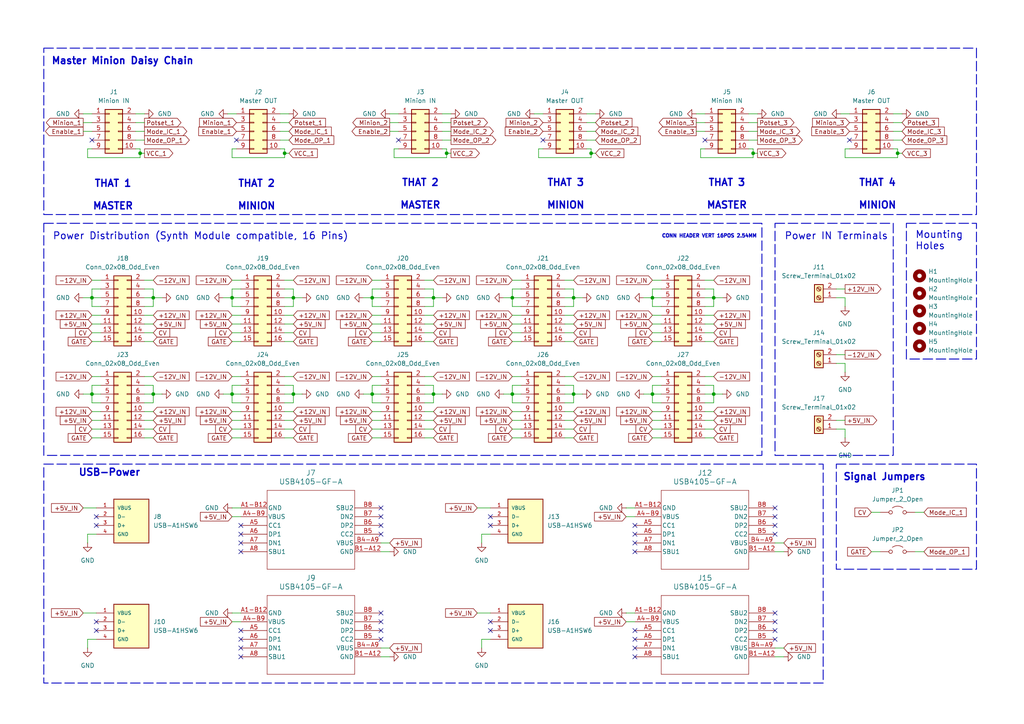
<source format=kicad_sch>
(kicad_sch (version 20231120) (generator "eeschema") (generator_version "8.0")
  (paper "A4")
  (junction (at 85.09 114.3))
  (junction (at 207.01 86.36))
  (junction (at 67.31 86.36))
  (junction (at 207.01 114.3))
  (junction (at 85.09 86.36))
  (junction (at 107.95 86.36))
  (junction (at 189.23 114.3))
  (junction (at 44.45 86.36))
  (junction (at 125.73 114.3))
  (junction (at 171.45 44.45))
  (junction (at 148.59 114.3))
  (junction (at 218.44 44.45))
  (junction (at 82.55 44.45))
  (junction (at 166.37 86.36))
  (junction (at 189.23 86.36))
  (junction (at 125.73 86.36))
  (junction (at 26.67 86.36))
  (junction (at 129.54 44.45))
  (junction (at 26.67 114.3))
  (junction (at 44.45 114.3))
  (junction (at 67.31 114.3))
  (junction (at 260.35 44.45))
  (junction (at 40.64 44.45))
  (junction (at 166.37 114.3))
  (junction (at 107.95 114.3))
  (junction (at 148.59 86.36))
  (no_connect (at 224.79 149.86))
  (no_connect (at 142.24 180.34))
  (no_connect (at 69.85 157.48))
  (no_connect (at 224.79 180.34))
  (no_connect (at 184.15 157.48))
  (no_connect (at 69.85 154.94))
  (no_connect (at 224.79 182.88))
  (no_connect (at 110.49 147.32))
  (no_connect (at 69.85 182.88))
  (no_connect (at 115.57 40.64))
  (no_connect (at 27.94 149.86))
  (no_connect (at 110.49 154.94))
  (no_connect (at 184.15 154.94))
  (no_connect (at 110.49 149.86))
  (no_connect (at 69.85 185.42))
  (no_connect (at 224.79 147.32))
  (no_connect (at 26.67 40.64))
  (no_connect (at 69.85 190.5))
  (no_connect (at 224.79 154.94))
  (no_connect (at 224.79 152.4))
  (no_connect (at 27.94 182.88))
  (no_connect (at 142.24 182.88))
  (no_connect (at 69.85 160.02))
  (no_connect (at 110.49 152.4))
  (no_connect (at 68.58 40.64))
  (no_connect (at 184.15 190.5))
  (no_connect (at 246.38 40.64))
  (no_connect (at 69.85 187.96))
  (no_connect (at 110.49 185.42))
  (no_connect (at 184.15 182.88))
  (no_connect (at 142.24 149.86))
  (no_connect (at 110.49 182.88))
  (no_connect (at 142.24 152.4))
  (no_connect (at 184.15 152.4))
  (no_connect (at 110.49 180.34))
  (no_connect (at 184.15 187.96))
  (no_connect (at 204.47 40.64))
  (no_connect (at 184.15 185.42))
  (no_connect (at 157.48 40.64))
  (no_connect (at 69.85 152.4))
  (no_connect (at 224.79 177.8))
  (no_connect (at 27.94 180.34))
  (no_connect (at 110.49 177.8))
  (no_connect (at 27.94 152.4))
  (no_connect (at 184.15 160.02))
  (no_connect (at 224.79 185.42))
  (wire (pts (xy 123.19 81.28) (xy 125.73 81.28)))
  (wire (pts (xy 123.19 116.84) (xy 125.73 116.84)))
  (wire (pts (xy 246.38 43.18) (xy 245.11 43.18)))
  (wire (pts (xy 110.49 111.76) (xy 107.95 111.76)))
  (wire (pts (xy 148.59 119.38) (xy 151.13 119.38)))
  (wire (pts (xy 27.94 185.42) (xy 25.4 185.42)))
  (wire (pts (xy 166.37 114.3) (xy 166.37 116.84)))
  (wire (pts (xy 26.67 116.84) (xy 29.21 116.84)))
  (wire (pts (xy 67.31 45.72) (xy 82.55 45.72)))
  (wire (pts (xy 26.67 119.38) (xy 29.21 119.38)))
  (wire (pts (xy 186.69 86.36) (xy 189.23 86.36)))
  (wire (pts (xy 24.13 114.3) (xy 26.67 114.3)))
  (wire (pts (xy 82.55 44.45) (xy 82.55 45.72)))
  (wire (pts (xy 265.43 160.02) (xy 267.97 160.02)))
  (wire (pts (xy 148.59 99.06) (xy 151.13 99.06)))
  (wire (pts (xy 123.19 96.52) (xy 125.73 96.52)))
  (wire (pts (xy 82.55 88.9) (xy 85.09 88.9)))
  (wire (pts (xy 82.55 119.38) (xy 85.09 119.38)))
  (wire (pts (xy 148.59 114.3) (xy 151.13 114.3)))
  (wire (pts (xy 25.4 43.18) (xy 25.4 45.72)))
  (wire (pts (xy 189.23 86.36) (xy 191.77 86.36)))
  (wire (pts (xy 107.95 127) (xy 110.49 127)))
  (wire (pts (xy 44.45 111.76) (xy 44.45 114.3)))
  (wire (pts (xy 41.91 116.84) (xy 44.45 116.84)))
  (wire (pts (xy 41.91 83.82) (xy 44.45 83.82)))
  (wire (pts (xy 204.47 96.52) (xy 207.01 96.52)))
  (wire (pts (xy 189.23 86.36) (xy 189.23 88.9)))
  (wire (pts (xy 163.83 121.92) (xy 166.37 121.92)))
  (wire (pts (xy 26.67 88.9) (xy 29.21 88.9)))
  (wire (pts (xy 26.67 109.22) (xy 29.21 109.22)))
  (wire (pts (xy 204.47 127) (xy 207.01 127)))
  (wire (pts (xy 163.83 124.46) (xy 166.37 124.46)))
  (wire (pts (xy 148.59 127) (xy 151.13 127)))
  (wire (pts (xy 163.83 93.98) (xy 166.37 93.98)))
  (wire (pts (xy 41.91 91.44) (xy 44.45 91.44)))
  (wire (pts (xy 25.4 154.94) (xy 25.4 157.48)))
  (wire (pts (xy 85.09 114.3) (xy 87.63 114.3)))
  (wire (pts (xy 39.37 33.02) (xy 41.91 33.02)))
  (wire (pts (xy 41.91 124.46) (xy 44.45 124.46)))
  (wire (pts (xy 218.44 43.18) (xy 217.17 43.18)))
  (wire (pts (xy 123.19 86.36) (xy 125.73 86.36)))
  (wire (pts (xy 107.95 86.36) (xy 107.95 88.9)))
  (wire (pts (xy 26.67 86.36) (xy 29.21 86.36)))
  (wire (pts (xy 218.44 43.18) (xy 218.44 44.45)))
  (wire (pts (xy 125.73 111.76) (xy 125.73 114.3)))
  (wire (pts (xy 189.23 114.3) (xy 189.23 116.84)))
  (wire (pts (xy 123.19 83.82) (xy 125.73 83.82)))
  (wire (pts (xy 66.04 33.02) (xy 68.58 33.02)))
  (wire (pts (xy 242.57 124.46) (xy 245.11 124.46)))
  (wire (pts (xy 204.47 121.92) (xy 207.01 121.92)))
  (wire (pts (xy 148.59 116.84) (xy 151.13 116.84)))
  (wire (pts (xy 148.59 91.44) (xy 151.13 91.44)))
  (wire (pts (xy 189.23 127) (xy 191.77 127)))
  (wire (pts (xy 142.24 185.42) (xy 139.7 185.42)))
  (wire (pts (xy 85.09 111.76) (xy 85.09 114.3)))
  (wire (pts (xy 125.73 114.3) (xy 128.27 114.3)))
  (wire (pts (xy 115.57 33.02) (xy 113.03 33.02)))
  (wire (pts (xy 26.67 99.06) (xy 29.21 99.06)))
  (wire (pts (xy 201.93 35.56) (xy 204.47 35.56)))
  (wire (pts (xy 67.31 43.18) (xy 67.31 45.72)))
  (wire (pts (xy 41.91 114.3) (xy 44.45 114.3)))
  (wire (pts (xy 181.61 147.32) (xy 184.15 147.32)))
  (wire (pts (xy 39.37 38.1) (xy 41.91 38.1)))
  (wire (pts (xy 67.31 114.3) (xy 69.85 114.3)))
  (wire (pts (xy 148.59 83.82) (xy 148.59 86.36)))
  (wire (pts (xy 204.47 109.22) (xy 207.01 109.22)))
  (wire (pts (xy 139.7 154.94) (xy 139.7 157.48)))
  (wire (pts (xy 26.67 127) (xy 29.21 127)))
  (wire (pts (xy 189.23 114.3) (xy 191.77 114.3)))
  (wire (pts (xy 148.59 86.36) (xy 148.59 88.9)))
  (wire (pts (xy 245.11 105.41) (xy 245.11 107.95)))
  (wire (pts (xy 85.09 86.36) (xy 85.09 88.9)))
  (wire (pts (xy 189.23 81.28) (xy 191.77 81.28)))
  (wire (pts (xy 243.84 33.02) (xy 246.38 33.02)))
  (wire (pts (xy 25.4 185.42) (xy 25.4 187.96)))
  (wire (pts (xy 163.83 99.06) (xy 166.37 99.06)))
  (wire (pts (xy 44.45 86.36) (xy 46.99 86.36)))
  (wire (pts (xy 151.13 111.76) (xy 148.59 111.76)))
  (wire (pts (xy 148.59 93.98) (xy 151.13 93.98)))
  (wire (pts (xy 129.54 44.45) (xy 130.81 44.45)))
  (wire (pts (xy 67.31 149.86) (xy 69.85 149.86)))
  (wire (pts (xy 123.19 121.92) (xy 125.73 121.92)))
  (wire (pts (xy 82.55 96.52) (xy 85.09 96.52)))
  (wire (pts (xy 24.13 86.36) (xy 26.67 86.36)))
  (wire (pts (xy 207.01 86.36) (xy 207.01 88.9)))
  (wire (pts (xy 26.67 124.46) (xy 29.21 124.46)))
  (wire (pts (xy 163.83 119.38) (xy 166.37 119.38)))
  (wire (pts (xy 148.59 124.46) (xy 151.13 124.46)))
  (wire (pts (xy 170.18 40.64) (xy 172.72 40.64)))
  (wire (pts (xy 242.57 105.41) (xy 245.11 105.41)))
  (wire (pts (xy 148.59 96.52) (xy 151.13 96.52)))
  (wire (pts (xy 207.01 83.82) (xy 207.01 86.36)))
  (wire (pts (xy 107.95 119.38) (xy 110.49 119.38)))
  (wire (pts (xy 148.59 114.3) (xy 148.59 116.84)))
  (wire (pts (xy 68.58 43.18) (xy 67.31 43.18)))
  (wire (pts (xy 67.31 180.34) (xy 69.85 180.34)))
  (wire (pts (xy 217.17 38.1) (xy 219.71 38.1)))
  (wire (pts (xy 85.09 83.82) (xy 85.09 86.36)))
  (wire (pts (xy 260.35 44.45) (xy 260.35 45.72)))
  (wire (pts (xy 123.19 88.9) (xy 125.73 88.9)))
  (wire (pts (xy 113.03 38.1) (xy 115.57 38.1)))
  (wire (pts (xy 189.23 124.46) (xy 191.77 124.46)))
  (wire (pts (xy 107.95 111.76) (xy 107.95 114.3)))
  (wire (pts (xy 67.31 109.22) (xy 69.85 109.22)))
  (wire (pts (xy 163.83 127) (xy 166.37 127)))
  (wire (pts (xy 204.47 99.06) (xy 207.01 99.06)))
  (wire (pts (xy 110.49 83.82) (xy 107.95 83.82)))
  (wire (pts (xy 26.67 96.52) (xy 29.21 96.52)))
  (wire (pts (xy 189.23 88.9) (xy 191.77 88.9)))
  (wire (pts (xy 171.45 44.45) (xy 172.72 44.45)))
  (wire (pts (xy 41.91 88.9) (xy 44.45 88.9)))
  (wire (pts (xy 41.91 127) (xy 44.45 127)))
  (wire (pts (xy 67.31 116.84) (xy 69.85 116.84)))
  (wire (pts (xy 69.85 83.82) (xy 67.31 83.82)))
  (wire (pts (xy 105.41 86.36) (xy 107.95 86.36)))
  (wire (pts (xy 107.95 124.46) (xy 110.49 124.46)))
  (wire (pts (xy 252.73 160.02) (xy 255.27 160.02)))
  (wire (pts (xy 27.94 154.94) (xy 25.4 154.94)))
  (wire (pts (xy 107.95 99.06) (xy 110.49 99.06)))
  (wire (pts (xy 224.79 160.02) (xy 227.33 160.02)))
  (wire (pts (xy 110.49 160.02) (xy 113.03 160.02)))
  (wire (pts (xy 181.61 149.86) (xy 184.15 149.86)))
  (wire (pts (xy 81.28 38.1) (xy 83.82 38.1)))
  (wire (pts (xy 157.48 43.18) (xy 156.21 43.18)))
  (wire (pts (xy 125.73 86.36) (xy 125.73 88.9)))
  (wire (pts (xy 41.91 109.22) (xy 44.45 109.22)))
  (wire (pts (xy 245.11 124.46) (xy 245.11 127)))
  (wire (pts (xy 82.55 121.92) (xy 85.09 121.92)))
  (wire (pts (xy 67.31 124.46) (xy 69.85 124.46)))
  (wire (pts (xy 259.08 40.64) (xy 261.62 40.64)))
  (wire (pts (xy 189.23 116.84) (xy 191.77 116.84)))
  (wire (pts (xy 151.13 83.82) (xy 148.59 83.82)))
  (wire (pts (xy 139.7 185.42) (xy 139.7 187.96)))
  (wire (pts (xy 41.91 81.28) (xy 44.45 81.28)))
  (wire (pts (xy 67.31 177.8) (xy 69.85 177.8)))
  (wire (pts (xy 67.31 111.76) (xy 67.31 114.3)))
  (wire (pts (xy 242.57 83.82) (xy 245.11 83.82)))
  (wire (pts (xy 40.64 43.18) (xy 40.64 44.45)))
  (wire (pts (xy 128.27 38.1) (xy 130.81 38.1)))
  (wire (pts (xy 107.95 116.84) (xy 110.49 116.84)))
  (wire (pts (xy 259.08 35.56) (xy 261.62 35.56)))
  (wire (pts (xy 129.54 43.18) (xy 129.54 44.45)))
  (wire (pts (xy 260.35 43.18) (xy 259.08 43.18)))
  (wire (pts (xy 189.23 96.52) (xy 191.77 96.52)))
  (wire (pts (xy 67.31 88.9) (xy 69.85 88.9)))
  (wire (pts (xy 107.95 114.3) (xy 110.49 114.3)))
  (wire (pts (xy 24.13 38.1) (xy 26.67 38.1)))
  (wire (pts (xy 128.27 33.02) (xy 130.81 33.02)))
  (wire (pts (xy 203.2 43.18) (xy 203.2 45.72)))
  (wire (pts (xy 170.18 35.56) (xy 172.72 35.56)))
  (wire (pts (xy 64.77 114.3) (xy 67.31 114.3)))
  (wire (pts (xy 24.13 177.8) (xy 27.94 177.8)))
  (wire (pts (xy 204.47 88.9) (xy 207.01 88.9)))
  (wire (pts (xy 107.95 83.82) (xy 107.95 86.36)))
  (wire (pts (xy 171.45 43.18) (xy 170.18 43.18)))
  (wire (pts (xy 82.55 91.44) (xy 85.09 91.44)))
  (wire (pts (xy 129.54 43.18) (xy 128.27 43.18)))
  (wire (pts (xy 166.37 111.76) (xy 166.37 114.3)))
  (wire (pts (xy 166.37 83.82) (xy 166.37 86.36)))
  (wire (pts (xy 82.55 83.82) (xy 85.09 83.82)))
  (wire (pts (xy 154.94 33.02) (xy 157.48 33.02)))
  (wire (pts (xy 81.28 35.56) (xy 83.82 35.56)))
  (wire (pts (xy 201.93 38.1) (xy 204.47 38.1)))
  (wire (pts (xy 39.37 35.56) (xy 41.91 35.56)))
  (wire (pts (xy 82.55 86.36) (xy 85.09 86.36)))
  (wire (pts (xy 259.08 33.02) (xy 261.62 33.02)))
  (wire (pts (xy 207.01 111.76) (xy 207.01 114.3)))
  (wire (pts (xy 82.55 93.98) (xy 85.09 93.98)))
  (wire (pts (xy 170.18 33.02) (xy 172.72 33.02)))
  (wire (pts (xy 26.67 86.36) (xy 26.67 88.9)))
  (wire (pts (xy 148.59 88.9) (xy 151.13 88.9)))
  (wire (pts (xy 24.13 147.32) (xy 27.94 147.32)))
  (wire (pts (xy 26.67 33.02) (xy 24.13 33.02)))
  (wire (pts (xy 40.64 43.18) (xy 39.37 43.18)))
  (wire (pts (xy 26.67 121.92) (xy 29.21 121.92)))
  (wire (pts (xy 67.31 91.44) (xy 69.85 91.44)))
  (wire (pts (xy 107.95 96.52) (xy 110.49 96.52)))
  (wire (pts (xy 85.09 114.3) (xy 85.09 116.84)))
  (wire (pts (xy 67.31 99.06) (xy 69.85 99.06)))
  (wire (pts (xy 242.57 102.87) (xy 245.11 102.87)))
  (wire (pts (xy 163.83 91.44) (xy 166.37 91.44)))
  (wire (pts (xy 146.05 86.36) (xy 148.59 86.36)))
  (wire (pts (xy 171.45 43.18) (xy 171.45 44.45)))
  (wire (pts (xy 189.23 119.38) (xy 191.77 119.38)))
  (wire (pts (xy 107.95 121.92) (xy 110.49 121.92)))
  (wire (pts (xy 163.83 109.22) (xy 166.37 109.22)))
  (wire (pts (xy 110.49 187.96) (xy 113.03 187.96)))
  (wire (pts (xy 113.03 35.56) (xy 115.57 35.56)))
  (wire (pts (xy 29.21 111.76) (xy 26.67 111.76)))
  (wire (pts (xy 44.45 86.36) (xy 44.45 88.9)))
  (wire (pts (xy 67.31 114.3) (xy 67.31 116.84)))
  (wire (pts (xy 163.83 116.84) (xy 166.37 116.84)))
  (wire (pts (xy 189.23 109.22) (xy 191.77 109.22)))
  (wire (pts (xy 125.73 86.36) (xy 128.27 86.36)))
  (wire (pts (xy 67.31 147.32) (xy 69.85 147.32)))
  (wire (pts (xy 110.49 190.5) (xy 113.03 190.5)))
  (wire (pts (xy 204.47 116.84) (xy 207.01 116.84)))
  (wire (pts (xy 191.77 83.82) (xy 189.23 83.82)))
  (wire (pts (xy 107.95 109.22) (xy 110.49 109.22)))
  (wire (pts (xy 114.3 45.72) (xy 129.54 45.72)))
  (wire (pts (xy 138.43 177.8) (xy 142.24 177.8)))
  (wire (pts (xy 81.28 40.64) (xy 83.82 40.64)))
  (wire (pts (xy 82.55 116.84) (xy 85.09 116.84)))
  (wire (pts (xy 41.91 111.76) (xy 44.45 111.76)))
  (wire (pts (xy 107.95 81.28) (xy 110.49 81.28)))
  (wire (pts (xy 204.47 119.38) (xy 207.01 119.38)))
  (wire (pts (xy 123.19 111.76) (xy 125.73 111.76)))
  (wire (pts (xy 114.3 43.18) (xy 115.57 43.18)))
  (wire (pts (xy 203.2 45.72) (xy 218.44 45.72)))
  (wire (pts (xy 107.95 93.98) (xy 110.49 93.98)))
  (wire (pts (xy 252.73 148.59) (xy 255.27 148.59)))
  (wire (pts (xy 203.2 43.18) (xy 204.47 43.18)))
  (wire (pts (xy 156.21 43.18) (xy 156.21 45.72)))
  (wire (pts (xy 207.01 114.3) (xy 207.01 116.84)))
  (wire (pts (xy 67.31 81.28) (xy 69.85 81.28)))
  (wire (pts (xy 204.47 81.28) (xy 207.01 81.28)))
  (wire (pts (xy 41.91 99.06) (xy 44.45 99.06)))
  (wire (pts (xy 123.19 99.06) (xy 125.73 99.06)))
  (wire (pts (xy 189.23 91.44) (xy 191.77 91.44)))
  (wire (pts (xy 204.47 111.76) (xy 207.01 111.76)))
  (wire (pts (xy 204.47 114.3) (xy 207.01 114.3)))
  (wire (pts (xy 224.79 157.48) (xy 227.33 157.48)))
  (wire (pts (xy 138.43 147.32) (xy 142.24 147.32)))
  (wire (pts (xy 40.64 44.45) (xy 41.91 44.45)))
  (wire (pts (xy 166.37 86.36) (xy 166.37 88.9)))
  (wire (pts (xy 170.18 38.1) (xy 172.72 38.1)))
  (wire (pts (xy 107.95 86.36) (xy 110.49 86.36)))
  (wire (pts (xy 125.73 83.82) (xy 125.73 86.36)))
  (wire (pts (xy 163.83 114.3) (xy 166.37 114.3)))
  (wire (pts (xy 123.19 114.3) (xy 125.73 114.3)))
  (wire (pts (xy 26.67 114.3) (xy 26.67 116.84)))
  (wire (pts (xy 123.19 119.38) (xy 125.73 119.38)))
  (wire (pts (xy 218.44 44.45) (xy 219.71 44.45)))
  (wire (pts (xy 41.91 121.92) (xy 44.45 121.92)))
  (wire (pts (xy 245.11 43.18) (xy 245.11 45.72)))
  (wire (pts (xy 41.91 93.98) (xy 44.45 93.98)))
  (wire (pts (xy 41.91 119.38) (xy 44.45 119.38)))
  (wire (pts (xy 224.79 187.96) (xy 227.33 187.96)))
  (wire (pts (xy 107.95 91.44) (xy 110.49 91.44)))
  (wire (pts (xy 189.23 121.92) (xy 191.77 121.92)))
  (wire (pts (xy 224.79 190.5) (xy 227.33 190.5)))
  (wire (pts (xy 41.91 96.52) (xy 44.45 96.52)))
  (wire (pts (xy 81.28 33.02) (xy 83.82 33.02)))
  (wire (pts (xy 123.19 93.98) (xy 125.73 93.98)))
  (wire (pts (xy 207.01 114.3) (xy 209.55 114.3)))
  (wire (pts (xy 123.19 91.44) (xy 125.73 91.44)))
  (wire (pts (xy 217.17 33.02) (xy 219.71 33.02)))
  (wire (pts (xy 181.61 177.8) (xy 184.15 177.8)))
  (wire (pts (xy 125.73 114.3) (xy 125.73 116.84)))
  (wire (pts (xy 82.55 43.18) (xy 82.55 44.45)))
  (wire (pts (xy 82.55 109.22) (xy 85.09 109.22)))
  (wire (pts (xy 163.83 83.82) (xy 166.37 83.82)))
  (wire (pts (xy 67.31 86.36) (xy 67.31 88.9)))
  (wire (pts (xy 41.91 86.36) (xy 44.45 86.36)))
  (wire (pts (xy 204.47 93.98) (xy 207.01 93.98)))
  (wire (pts (xy 186.69 114.3) (xy 189.23 114.3)))
  (wire (pts (xy 67.31 83.82) (xy 67.31 86.36)))
  (wire (pts (xy 148.59 121.92) (xy 151.13 121.92)))
  (wire (pts (xy 142.24 154.94) (xy 139.7 154.94)))
  (wire (pts (xy 67.31 121.92) (xy 69.85 121.92)))
  (wire (pts (xy 123.19 124.46) (xy 125.73 124.46)))
  (wire (pts (xy 245.11 86.36) (xy 245.11 88.9)))
  (wire (pts (xy 26.67 83.82) (xy 26.67 86.36)))
  (wire (pts (xy 67.31 86.36) (xy 69.85 86.36)))
  (wire (pts (xy 163.83 81.28) (xy 166.37 81.28)))
  (wire (pts (xy 40.64 44.45) (xy 40.64 45.72)))
  (wire (pts (xy 29.21 83.82) (xy 26.67 83.82)))
  (wire (pts (xy 82.55 43.18) (xy 81.28 43.18)))
  (wire (pts (xy 82.55 44.45) (xy 83.82 44.45)))
  (wire (pts (xy 191.77 111.76) (xy 189.23 111.76)))
  (wire (pts (xy 105.41 114.3) (xy 107.95 114.3)))
  (wire (pts (xy 163.83 88.9) (xy 166.37 88.9)))
  (wire (pts (xy 39.37 40.64) (xy 41.91 40.64)))
  (wire (pts (xy 148.59 109.22) (xy 151.13 109.22)))
  (wire (pts (xy 44.45 114.3) (xy 46.99 114.3)))
  (wire (pts (xy 166.37 114.3) (xy 168.91 114.3)))
  (wire (pts (xy 82.55 99.06) (xy 85.09 99.06)))
  (wire (pts (xy 189.23 93.98) (xy 191.77 93.98)))
  (wire (pts (xy 25.4 43.18) (xy 26.67 43.18)))
  (wire (pts (xy 67.31 93.98) (xy 69.85 93.98)))
  (wire (pts (xy 25.4 45.72) (xy 40.64 45.72)))
  (wire (pts (xy 189.23 99.06) (xy 191.77 99.06)))
  (wire (pts (xy 181.61 180.34) (xy 184.15 180.34)))
  (wire (pts (xy 44.45 114.3) (xy 44.45 116.84)))
  (wire (pts (xy 245.11 45.72) (xy 260.35 45.72)))
  (wire (pts (xy 204.47 83.82) (xy 207.01 83.82)))
  (wire (pts (xy 123.19 127) (xy 125.73 127)))
  (wire (pts (xy 156.21 45.72) (xy 171.45 45.72)))
  (wire (pts (xy 82.55 124.46) (xy 85.09 124.46)))
  (wire (pts (xy 123.19 109.22) (xy 125.73 109.22)))
  (wire (pts (xy 128.27 40.64) (xy 130.81 40.64)))
  (wire (pts (xy 64.77 86.36) (xy 67.31 86.36)))
  (wire (pts (xy 163.83 86.36) (xy 166.37 86.36)))
  (wire (pts (xy 259.08 38.1) (xy 261.62 38.1)))
  (wire (pts (xy 67.31 96.52) (xy 69.85 96.52)))
  (wire (pts (xy 82.55 127) (xy 85.09 127)))
  (wire (pts (xy 166.37 86.36) (xy 168.91 86.36)))
  (wire (pts (xy 26.67 93.98) (xy 29.21 93.98)))
  (wire (pts (xy 69.85 111.76) (xy 67.31 111.76)))
  (wire (pts (xy 44.45 83.82) (xy 44.45 86.36)))
  (wire (pts (xy 67.31 119.38) (xy 69.85 119.38)))
  (wire (pts (xy 260.35 43.18) (xy 260.35 44.45)))
  (wire (pts (xy 146.05 114.3) (xy 148.59 114.3)))
  (wire (pts (xy 107.95 88.9) (xy 110.49 88.9)))
  (wire (pts (xy 82.55 114.3) (xy 85.09 114.3)))
  (wire (pts (xy 26.67 114.3) (xy 29.21 114.3)))
  (wire (pts (xy 26.67 111.76) (xy 26.67 114.3)))
  (wire (pts (xy 148.59 111.76) (xy 148.59 114.3)))
  (wire (pts (xy 217.17 35.56) (xy 219.71 35.56)))
  (wire (pts (xy 110.49 157.48) (xy 113.03 157.48)))
  (wire (pts (xy 107.95 114.3) (xy 107.95 116.84)))
  (wire (pts (xy 26.67 81.28) (xy 29.21 81.28)))
  (wire (pts (xy 24.13 35.56) (xy 26.67 35.56)))
  (wire (pts (xy 171.45 44.45) (xy 171.45 45.72)))
  (wire (pts (xy 163.83 96.52) (xy 166.37 96.52)))
  (wire (pts (xy 114.3 43.18) (xy 114.3 45.72)))
  (wire (pts (xy 26.67 91.44) (xy 29.21 91.44)))
  (wire (pts (xy 265.43 148.59) (xy 267.97 148.59)))
  (wire (pts (xy 129.54 44.45) (xy 129.54 45.72)))
  (wire (pts (xy 82.55 111.76) (xy 85.09 111.76)))
  (wire (pts (xy 128.27 35.56) (xy 130.81 35.56)))
  (wire (pts (xy 148.59 86.36) (xy 151.13 86.36)))
  (wire (pts (xy 242.57 121.92) (xy 245.11 121.92)))
  (wire (pts (xy 217.17 40.64) (xy 219.71 40.64)))
  (wire (pts (xy 207.01 86.36) (xy 209.55 86.36)))
  (wire (pts (xy 67.31 127) (xy 69.85 127)))
  (wire (pts (xy 163.83 111.76) (xy 166.37 111.76)))
  (wire (pts (xy 260.35 44.45) (xy 261.62 44.45)))
  (wire (pts (xy 218.44 44.45) (xy 218.44 45.72)))
  (wire (pts (xy 204.47 86.36) (xy 207.01 86.36)))
  (wire (pts (xy 204.47 91.44) (xy 207.01 91.44)))
  (wire (pts (xy 204.47 33.02) (xy 201.93 33.02)))
  (wire (pts (xy 85.09 86.36) (xy 87.63 86.36)))
  (wire (pts (xy 148.59 81.28) (xy 151.13 81.28)))
  (wire (pts (xy 189.23 111.76) (xy 189.23 114.3)))
  (wire (pts (xy 82.55 81.28) (xy 85.09 81.28)))
  (wire (pts (xy 204.47 124.46) (xy 207.01 124.46)))
  (wire (pts (xy 189.23 83.82) (xy 189.23 86.36)))
  (wire (pts (xy 242.57 86.36) (xy 245.11 86.36)))
  (rectangle (start 12.7 64.77) (end 220.98 132.08) (stroke (width 0.254) (type dash)))
  (rectangle (start 12.7 134.62) (end 238.76 198.12) (stroke (width 0.254) (type dash)))
  (rectangle (start 12.7 13.97) (end 283.21 62.23) (stroke (width 0.254) (type dash)))
  (rectangle (start 262.89 64.77) (end 283.21 104.14) (stroke (width 0.254) (type dash)))
  (rectangle (start 224.79 64.77) (end 259.08 132.08) (stroke (width 0.254) (type dash)))
  (rectangle (start 242.57 134.62) (end 283.21 165.1) (stroke (width 0.254) (type dash)))
  (text "THAT 3\n\nMINION" (at 164.084 56.388 0) (effects (font (size 2.032 2.032) (thickness 0.4064) (bold yes))))
  (text "Master Minion Daisy Chain" (at 35.56 17.78 0) (effects (font (size 2.032 2.032) (thickness 0.4064) (bold yes))))
  (text "Signal Jumpers" (at 256.54 138.43 0) (effects (font (size 2.032 2.032) (thickness 0.4064) (bold yes))))
  (text "THAT 2\n\nMINION" (at 74.422 56.642 0) (effects (font (size 2.032 2.032) (thickness 0.4064) (bold yes))))
  (text "THAT 3\n\nMASTER" (at 210.82 56.388 0) (effects (font (size 2.032 2.032) (thickness 0.4064) (bold yes))))
  (text "THAT 1\n\nMASTER" (at 32.766 56.642 0) (effects (font (size 2.032 2.032) (thickness 0.4064) (bold yes))))
  (text "CONN HEADER VERT 16POS 2.54MM" (at 205.74 68.58 0) (effects (font (size 1.016 1.016) (thickness 0.4064) (bold yes))))
  (text "USB-Power" (at 31.75 137.16 0) (effects (font (size 2.032 2.032) (thickness 0.4064) (bold yes))))
  (text "Mounting\nHoles" (at 265.43 69.85 0) (effects (font (size 2.032 2.032) (thickness 0.254) (bold yes)) (justify left)))
  (text "Power Distribution (Synth Module compatible, 16 Pins)" (at 15.24 68.58 0) (effects (font (size 2.032 2.032) (thickness 0.254) (bold yes)) (justify left)))
  (text "Power IN Terminals" (at 242.57 68.58 0) (effects (font (size 2.032 2.032) (thickness 0.254) (bold yes))))
  (text "THAT 2\n\nMASTER" (at 121.92 56.388 0) (effects (font (size 2.032 2.032) (thickness 0.4064) (bold yes))))
  (text "THAT 4\n\nMINION" (at 254.508 56.388 0) (effects (font (size 2.032 2.032) (thickness 0.4064) (bold yes))))
  (global_label "GATE" (shape input) (at 148.59 99.06 180) (property "Intersheetrefs" "${INTERSHEET_REFS}" (effects (hide yes))))
  (global_label "GATE" (shape input) (at 44.45 99.06 0) (property "Intersheetrefs" "${INTERSHEET_REFS}" (effects (hide yes))))
  (global_label "GATE" (shape input) (at 166.37 127 0) (property "Intersheetrefs" "${INTERSHEET_REFS}" (effects (hide yes))))
  (global_label "+12V_IN" (shape output) (at 245.11 83.82 0) (property "Intersheetrefs" "${INTERSHEET_REFS}" (effects (hide yes))))
  (global_label "CV" (shape input) (at 207.01 96.52 0) (property "Intersheetrefs" "${INTERSHEET_REFS}" (effects (hide yes))))
  (global_label "Mode_IC_2" (shape output) (at 130.81 38.1 0) (property "Intersheetrefs" "${INTERSHEET_REFS}" (effects (hide yes))))
  (global_label "-12V_IN" (shape input) (at 207.01 109.22 0) (property "Intersheetrefs" "${INTERSHEET_REFS}" (effects (hide yes))))
  (global_label "-12V_IN" (shape input) (at 44.45 109.22 0) (property "Intersheetrefs" "${INTERSHEET_REFS}" (effects (hide yes))))
  (global_label "+5V_IN" (shape input) (at 166.37 93.98 0) (property "Intersheetrefs" "${INTERSHEET_REFS}" (effects (hide yes))))
  (global_label "+12V_IN" (shape input) (at 166.37 91.44 0) (property "Intersheetrefs" "${INTERSHEET_REFS}" (effects (hide yes))))
  (global_label "-12V_IN" (shape input) (at 166.37 109.22 0) (property "Intersheetrefs" "${INTERSHEET_REFS}" (effects (hide yes))))
  (global_label "+12V_IN" (shape input) (at 107.95 119.38 180) (property "Intersheetrefs" "${INTERSHEET_REFS}" (effects (hide yes))))
  (global_label "-12V_IN" (shape output) (at 245.11 102.87 0) (property "Intersheetrefs" "${INTERSHEET_REFS}" (effects (hide yes))))
  (global_label "Minion_1" (shape output) (at 24.13 35.56 180) (property "Intersheetrefs" "${INTERSHEET_REFS}" (effects (hide yes))))
  (global_label "GATE" (shape input) (at 67.31 127 180) (property "Intersheetrefs" "${INTERSHEET_REFS}" (effects (hide yes))))
  (global_label "VCC_3" (shape input) (at 261.62 44.45 0) (property "Intersheetrefs" "${INTERSHEET_REFS}" (effects (hide yes))))
  (global_label "CV" (shape input) (at 125.73 124.46 0) (property "Intersheetrefs" "${INTERSHEET_REFS}" (effects (hide yes))))
  (global_label "CV" (shape input) (at 67.31 96.52 180) (property "Intersheetrefs" "${INTERSHEET_REFS}" (effects (hide yes))))
  (global_label "GATE" (shape input) (at 107.95 127 180) (property "Intersheetrefs" "${INTERSHEET_REFS}" (effects (hide yes))))
  (global_label "-12V_IN" (shape input) (at 107.95 109.22 180) (property "Intersheetrefs" "${INTERSHEET_REFS}" (effects (hide yes))))
  (global_label "CV" (shape input) (at 85.09 124.46 0) (property "Intersheetrefs" "${INTERSHEET_REFS}" (effects (hide yes))))
  (global_label "+5V_IN" (shape input) (at 113.03 187.96 0) (property "Intersheetrefs" "${INTERSHEET_REFS}" (effects (hide yes))))
  (global_label "-12V_IN" (shape input) (at 107.95 81.28 180) (property "Intersheetrefs" "${INTERSHEET_REFS}" (effects (hide yes))))
  (global_label "GATE" (shape input) (at 107.95 99.06 180) (property "Intersheetrefs" "${INTERSHEET_REFS}" (effects (hide yes))))
  (global_label "+12V_IN" (shape input) (at 26.67 119.38 180) (property "Intersheetrefs" "${INTERSHEET_REFS}" (effects (hide yes))))
  (global_label "+12V_IN" (shape input) (at 44.45 91.44 0) (property "Intersheetrefs" "${INTERSHEET_REFS}" (effects (hide yes))))
  (global_label "+5V_IN" (shape input) (at 125.73 121.92 0) (property "Intersheetrefs" "${INTERSHEET_REFS}" (effects (hide yes))))
  (global_label "Potset_1" (shape input) (at 83.82 35.56 0) (property "Intersheetrefs" "${INTERSHEET_REFS}" (effects (hide yes))))
  (global_label "+5V_IN" (shape input) (at 138.43 147.32 180) (property "Intersheetrefs" "${INTERSHEET_REFS}" (effects (hide yes))))
  (global_label "+5V_IN" (shape input) (at 227.33 187.96 0) (property "Intersheetrefs" "${INTERSHEET_REFS}" (effects (hide yes))))
  (global_label "+12V_IN" (shape input) (at 125.73 119.38 0) (property "Intersheetrefs" "${INTERSHEET_REFS}" (effects (hide yes))))
  (global_label "-12V_IN" (shape input) (at 26.67 109.22 180) (property "Intersheetrefs" "${INTERSHEET_REFS}" (effects (hide yes))))
  (global_label "+5V_IN" (shape input) (at 189.23 121.92 180) (property "Intersheetrefs" "${INTERSHEET_REFS}" (effects (hide yes))))
  (global_label "Minion_2" (shape output) (at 113.03 35.56 180) (property "Intersheetrefs" "${INTERSHEET_REFS}" (effects (hide yes))))
  (global_label "+5V_IN" (shape input) (at 207.01 121.92 0) (property "Intersheetrefs" "${INTERSHEET_REFS}" (effects (hide yes))))
  (global_label "GATE" (shape input) (at 26.67 127 180) (property "Intersheetrefs" "${INTERSHEET_REFS}" (effects (hide yes))))
  (global_label "+5V_IN" (shape input) (at 67.31 149.86 180) (property "Intersheetrefs" "${INTERSHEET_REFS}" (effects (hide yes))))
  (global_label "Enable_3" (shape input) (at 246.38 38.1 180) (property "Intersheetrefs" "${INTERSHEET_REFS}" (effects (hide yes))))
  (global_label "+5V_IN" (shape input) (at 148.59 121.92 180) (property "Intersheetrefs" "${INTERSHEET_REFS}" (effects (hide yes))))
  (global_label "Mode_IC_3" (shape output) (at 219.71 38.1 0) (property "Intersheetrefs" "${INTERSHEET_REFS}" (effects (hide yes))))
  (global_label "+12V_IN" (shape input) (at 125.73 91.44 0) (property "Intersheetrefs" "${INTERSHEET_REFS}" (effects (hide yes))))
  (global_label "+12V_IN" (shape input) (at 189.23 91.44 180) (property "Intersheetrefs" "${INTERSHEET_REFS}" (effects (hide yes))))
  (global_label "+5V_IN" (shape input) (at 125.73 93.98 0) (property "Intersheetrefs" "${INTERSHEET_REFS}" (effects (hide yes))))
  (global_label "-12V_IN" (shape input) (at 85.09 81.28 0) (property "Intersheetrefs" "${INTERSHEET_REFS}" (effects (hide yes))))
  (global_label "GATE" (shape input) (at 189.23 99.06 180) (property "Intersheetrefs" "${INTERSHEET_REFS}" (effects (hide yes))))
  (global_label "+5V_IN" (shape input) (at 113.03 157.48 0) (property "Intersheetrefs" "${INTERSHEET_REFS}" (effects (hide yes))))
  (global_label "Enable_2" (shape output) (at 113.03 38.1 180) (property "Intersheetrefs" "${INTERSHEET_REFS}" (effects (hide yes))))
  (global_label "VCC_2" (shape input) (at 172.72 44.45 0) (property "Intersheetrefs" "${INTERSHEET_REFS}" (effects (hide yes))))
  (global_label "+12V_IN" (shape input) (at 148.59 91.44 180) (property "Intersheetrefs" "${INTERSHEET_REFS}" (effects (hide yes))))
  (global_label "+5V_IN" (shape input) (at 189.23 93.98 180) (property "Intersheetrefs" "${INTERSHEET_REFS}" (effects (hide yes))))
  (global_label "+5V_IN" (shape input) (at 67.31 121.92 180) (property "Intersheetrefs" "${INTERSHEET_REFS}" (effects (hide yes))))
  (global_label "GATE" (shape input) (at 189.23 127 180) (property "Intersheetrefs" "${INTERSHEET_REFS}" (effects (hide yes))))
  (global_label "Mode_IC_2" (shape input) (at 172.72 38.1 0) (property "Intersheetrefs" "${INTERSHEET_REFS}" (effects (hide yes))))
  (global_label "CV" (shape input) (at 125.73 96.52 0) (property "Intersheetrefs" "${INTERSHEET_REFS}" (effects (hide yes))))
  (global_label "+5V_IN" (shape input) (at 26.67 121.92 180) (property "Intersheetrefs" "${INTERSHEET_REFS}" (effects (hide yes))))
  (global_label "+12V_IN" (shape input) (at 26.67 91.44 180) (property "Intersheetrefs" "${INTERSHEET_REFS}" (effects (hide yes))))
  (global_label "CV" (shape input) (at 85.09 96.52 0) (property "Intersheetrefs" "${INTERSHEET_REFS}" (effects (hide yes))))
  (global_label "Mode_OP_1" (shape input) (at 267.97 160.02 0) (property "Intersheetrefs" "${INTERSHEET_REFS}" (effects (hide yes))))
  (global_label "CV" (shape input) (at 148.59 96.52 180) (property "Intersheetrefs" "${INTERSHEET_REFS}" (effects (hide yes))))
  (global_label "CV" (shape input) (at 148.59 124.46 180) (property "Intersheetrefs" "${INTERSHEET_REFS}" (effects (hide yes))))
  (global_label "+5V_IN" (shape input) (at 138.43 177.8 180) (property "Intersheetrefs" "${INTERSHEET_REFS}" (effects (hide yes))))
  (global_label "+12V_IN" (shape input) (at 85.09 119.38 0) (property "Intersheetrefs" "${INTERSHEET_REFS}" (effects (hide yes))))
  (global_label "+5V_IN" (shape input) (at 107.95 121.92 180) (property "Intersheetrefs" "${INTERSHEET_REFS}" (effects (hide yes))))
  (global_label "CV" (shape input) (at 189.23 124.46 180) (property "Intersheetrefs" "${INTERSHEET_REFS}" (effects (hide yes))))
  (global_label "CV" (shape input) (at 26.67 96.52 180) (property "Intersheetrefs" "${INTERSHEET_REFS}" (effects (hide yes))))
  (global_label "+12V_IN" (shape input) (at 207.01 91.44 0) (property "Intersheetrefs" "${INTERSHEET_REFS}" (effects (hide yes))))
  (global_label "+5V_IN" (shape input) (at 67.31 180.34 180) (property "Intersheetrefs" "${INTERSHEET_REFS}" (effects (hide yes))))
  (global_label "CV" (shape input) (at 44.45 96.52 0) (property "Intersheetrefs" "${INTERSHEET_REFS}" (effects (hide yes))))
  (global_label "Mode_IC_3" (shape input) (at 261.62 38.1 0) (property "Intersheetrefs" "${INTERSHEET_REFS}" (effects (hide yes))))
  (global_label "GATE" (shape input) (at 26.67 99.06 180) (property "Intersheetrefs" "${INTERSHEET_REFS}" (effects (hide yes))))
  (global_label "Mode_IC_1" (shape output) (at 41.91 38.1 0) (property "Intersheetrefs" "${INTERSHEET_REFS}" (effects (hide yes))))
  (global_label "-12V_IN" (shape input) (at 67.31 109.22 180) (property "Intersheetrefs" "${INTERSHEET_REFS}" (effects (hide yes))))
  (global_label "-12V_IN" (shape input) (at 189.23 109.22 180) (property "Intersheetrefs" "${INTERSHEET_REFS}" (effects (hide yes))))
  (global_label "+12V_IN" (shape input) (at 207.01 119.38 0) (property "Intersheetrefs" "${INTERSHEET_REFS}" (effects (hide yes))))
  (global_label "Potset_1" (shape output) (at 41.91 35.56 0) (property "Intersheetrefs" "${INTERSHEET_REFS}" (effects (hide yes))))
  (global_label "+5V_IN" (shape input) (at 44.45 93.98 0) (property "Intersheetrefs" "${INTERSHEET_REFS}" (effects (hide yes))))
  (global_label "+5V_IN" (shape input) (at 181.61 149.86 180) (property "Intersheetrefs" "${INTERSHEET_REFS}" (effects (hide yes))))
  (global_label "GATE" (shape input) (at 85.09 127 0) (property "Intersheetrefs" "${INTERSHEET_REFS}" (effects (hide yes))))
  (global_label "VCC_3" (shape output) (at 219.71 44.45 0) (property "Intersheetrefs" "${INTERSHEET_REFS}" (effects (hide yes))))
  (global_label "-12V_IN" (shape input) (at 148.59 109.22 180) (property "Intersheetrefs" "${INTERSHEET_REFS}" (effects (hide yes))))
  (global_label "CV" (shape input) (at 67.31 124.46 180) (property "Intersheetrefs" "${INTERSHEET_REFS}" (effects (hide yes))))
  (global_label "CV" (shape input) (at 166.37 124.46 0) (property "Intersheetrefs" "${INTERSHEET_REFS}" (effects (hide yes))))
  (global_label "-12V_IN" (shape input) (at 85.09 109.22 0) (property "Intersheetrefs" "${INTERSHEET_REFS}" (effects (hide yes))))
  (global_label "-12V_IN" (shape input) (at 44.45 81.28 0) (property "Intersheetrefs" "${INTERSHEET_REFS}" (effects (hide yes))))
  (global_label "Potset_2" (shape output) (at 130.81 35.56 0) (property "Intersheetrefs" "${INTERSHEET_REFS}" (effects (hide yes))))
  (global_label "-12V_IN" (shape input) (at 189.23 81.28 180) (property "Intersheetrefs" "${INTERSHEET_REFS}" (effects (hide yes))))
  (global_label "Enable_1" (shape input) (at 68.58 38.1 180) (property "Intersheetrefs" "${INTERSHEET_REFS}" (effects (hide yes))))
  (global_label "GATE" (shape input) (at 166.37 99.06 0) (property "Intersheetrefs" "${INTERSHEET_REFS}" (effects (hide yes))))
  (global_label "+5V_IN" (shape input) (at 85.09 121.92 0) (property "Intersheetrefs" "${INTERSHEET_REFS}" (effects (hide yes))))
  (global_label "GATE" (shape input) (at 125.73 99.06 0) (property "Intersheetrefs" "${INTERSHEET_REFS}" (effects (hide yes))))
  (global_label "+5V_IN" (shape input) (at 107.95 93.98 180) (property "Intersheetrefs" "${INTERSHEET_REFS}" (effects (hide yes))))
  (global_label "CV" (shape input) (at 252.73 148.59 180) (property "Intersheetrefs" "${INTERSHEET_REFS}" (effects (hide yes))))
  (global_label "VCC_1" (shape output) (at 41.91 44.45 0) (property "Intersheetrefs" "${INTERSHEET_REFS}" (effects (hide yes))))
  (global_label "GATE" (shape input) (at 207.01 127 0) (property "Intersheetrefs" "${INTERSHEET_REFS}" (effects (hide yes))))
  (global_label "CV" (shape input) (at 166.37 96.52 0) (property "Intersheetrefs" "${INTERSHEET_REFS}" (effects (hide yes))))
  (global_label "-12V_IN" (shape input) (at 207.01 81.28 0) (property "Intersheetrefs" "${INTERSHEET_REFS}" (effects (hide yes))))
  (global_label "Enable_2" (shape input) (at 157.48 38.1 180) (property "Intersheetrefs" "${INTERSHEET_REFS}" (effects (hide yes))))
  (global_label "-12V_IN" (shape input) (at 166.37 81.28 0) (property "Intersheetrefs" "${INTERSHEET_REFS}" (effects (hide yes))))
  (global_label "CV" (shape input) (at 207.01 124.46 0) (property "Intersheetrefs" "${INTERSHEET_REFS}" (effects (hide yes))))
  (global_label "GATE" (shape input) (at 252.73 160.02 180) (property "Intersheetrefs" "${INTERSHEET_REFS}" (effects (hide yes))))
  (global_label "+5V_IN" (shape input) (at 181.61 180.34 180) (property "Intersheetrefs" "${INTERSHEET_REFS}" (effects (hide yes))))
  (global_label "+12V_IN" (shape input) (at 166.37 119.38 0) (property "Intersheetrefs" "${INTERSHEET_REFS}" (effects (hide yes))))
  (global_label "+5V_IN" (shape input) (at 24.13 147.32 180) (property "Intersheetrefs" "${INTERSHEET_REFS}" (effects (hide yes))))
  (global_label "+5V_IN" (shape input) (at 26.67 93.98 180) (property "Intersheetrefs" "${INTERSHEET_REFS}" (effects (hide yes))))
  (global_label "+12V_IN" (shape input) (at 44.45 119.38 0) (property "Intersheetrefs" "${INTERSHEET_REFS}" (effects (hide yes))))
  (global_label "Minion_3" (shape output) (at 201.93 35.56 180) (property "Intersheetrefs" "${INTERSHEET_REFS}" (effects (hide yes))))
  (global_label "Mode_OP_3" (shape input) (at 261.62 40.64 0) (property "Intersheetrefs" "${INTERSHEET_REFS}" (effects (hide yes))))
  (global_label "+5V_IN" (shape input) (at 148.59 93.98 180) (property "Intersheetrefs" "${INTERSHEET_REFS}" (effects (hide yes))))
  (global_label "+5V_IN" (shape input) (at 207.01 93.98 0) (property "Intersheetrefs" "${INTERSHEET_REFS}" (effects (hide yes))))
  (global_label "Potset_3" (shape input) (at 261.62 35.56 0) (property "Intersheetrefs" "${INTERSHEET_REFS}" (effects (hide yes))))
  (global_label "Mode_OP_1" (shape output) (at 41.91 40.64 0) (property "Intersheetrefs" "${INTERSHEET_REFS}" (effects (hide yes))))
  (global_label "-12V_IN" (shape input) (at 26.67 81.28 180) (property "Intersheetrefs" "${INTERSHEET_REFS}" (effects (hide yes))))
  (global_label "GATE" (shape input) (at 67.31 99.06 180) (property "Intersheetrefs" "${INTERSHEET_REFS}" (effects (hide yes))))
  (global_label "CV" (shape input) (at 26.67 124.46 180) (property "Intersheetrefs" "${INTERSHEET_REFS}" (effects (hide yes))))
  (global_label "CV" (shape input) (at 107.95 96.52 180) (property "Intersheetrefs" "${INTERSHEET_REFS}" (effects (hide yes))))
  (global_label "CV" (shape input) (at 189.23 96.52 180) (property "Intersheetrefs" "${INTERSHEET_REFS}" (effects (hide yes))))
  (global_label "+5V_IN" (shape input) (at 227.33 157.48 0) (property "Intersheetrefs" "${INTERSHEET_REFS}" (effects (hide yes))))
  (global_label "+5V_IN" (shape input) (at 24.13 177.8 180) (property "Intersheetrefs" "${INTERSHEET_REFS}" (effects (hide yes))))
  (global_label "+12V_IN" (shape input) (at 67.31 119.38 180) (property "Intersheetrefs" "${INTERSHEET_REFS}" (effects (hide yes))))
  (global_label "+12V_IN" (shape input) (at 189.23 119.38 180) (property "Intersheetrefs" "${INTERSHEET_REFS}" (effects (hide yes))))
  (global_label "GATE" (shape input) (at 44.45 127 0) (property "Intersheetrefs" "${INTERSHEET_REFS}" (effects (hide yes))))
  (global_label "+12V_IN" (shape input) (at 85.09 91.44 0) (property "Intersheetrefs" "${INTERSHEET_REFS}" (effects (hide yes))))
  (global_label "+5V_IN" (shape input) (at 85.09 93.98 0) (property "Intersheetrefs" "${INTERSHEET_REFS}" (effects (hide yes))))
  (global_label "Mode_OP_2" (shape input) (at 172.72 40.64 0) (property "Intersheetrefs" "${INTERSHEET_REFS}" (effects (hide yes))))
  (global_label "+12V_IN" (shape input) (at 107.95 91.44 180) (property "Intersheetrefs" "${INTERSHEET_REFS}" (effects (hide yes))))
  (global_label "-12V_IN" (shape input) (at 148.59 81.28 180) (property "Intersheetrefs" "${INTERSHEET_REFS}" (effects (hide yes))))
  (global_label "Potset_3" (shape output) (at 219.71 35.56 0) (property "Intersheetrefs" "${INTERSHEET_REFS}" (effects (hide yes))))
  (global_label "+12V_IN" (shape input) (at 148.59 119.38 180) (property "Intersheetrefs" "${INTERSHEET_REFS}" (effects (hide yes))))
  (global_label "+5V_IN" (shape input) (at 67.31 93.98 180) (property "Intersheetrefs" "${INTERSHEET_REFS}" (effects (hide yes))))
  (global_label "VCC_1" (shape input) (at 83.82 44.45 0) (property "Intersheetrefs" "${INTERSHEET_REFS}" (effects (hide yes))))
  (global_label "Mode_IC_1" (shape input) (at 83.82 38.1 0) (property "Intersheetrefs" "${INTERSHEET_REFS}" (effects (hide yes))))
  (global_label "Minion_2" (shape input) (at 157.48 35.56 180) (property "Intersheetrefs" "${INTERSHEET_REFS}" (effects (hide yes))))
  (global_label "Minion_1" (shape input) (at 68.58 35.56 180) (property "Intersheetrefs" "${INTERSHEET_REFS}" (effects (hide yes))))
  (global_label "+5V_IN" (shape output) (at 245.11 121.92 0) (property "Intersheetrefs" "${INTERSHEET_REFS}" (effects (hide yes))))
  (global_label "Enable_1" (shape output) (at 24.13 38.1 180) (property "Intersheetrefs" "${INTERSHEET_REFS}" (effects (hide yes))))
  (global_label "-12V_IN" (shape input) (at 67.31 81.28 180) (property "Intersheetrefs" "${INTERSHEET_REFS}" (effects (hide yes))))
  (global_label "Mode_IC_1" (shape input) (at 267.97 148.59 0) (property "Intersheetrefs" "${INTERSHEET_REFS}" (effects (hide yes))))
  (global_label "GATE" (shape input) (at 85.09 99.06 0) (property "Intersheetrefs" "${INTERSHEET_REFS}" (effects (hide yes))))
  (global_label "Enable_3" (shape output) (at 201.93 38.1 180) (property "Intersheetrefs" "${INTERSHEET_REFS}" (effects (hide yes))))
  (global_label "Mode_OP_2" (shape output) (at 130.81 40.64 0) (property "Intersheetrefs" "${INTERSHEET_REFS}" (effects (hide yes))))
  (global_label "CV" (shape input) (at 107.95 124.46 180) (property "Intersheetrefs" "${INTERSHEET_REFS}" (effects (hide yes))))
  (global_label "+12V_IN" (shape input) (at 67.31 91.44 180) (property "Intersheetrefs" "${INTERSHEET_REFS}" (effects (hide yes))))
  (global_label "+5V_IN" (shape input) (at 44.45 121.92 0) (property "Intersheetrefs" "${INTERSHEET_REFS}" (effects (hide yes))))
  (global_label "Mode_OP_3" (shape output) (at 219.71 40.64 0) (property "Intersheetrefs" "${INTERSHEET_REFS}" (effects (hide yes))))
  (global_label "Mode_OP_1" (shape input) (at 83.82 40.64 0) (property "Intersheetrefs" "${INTERSHEET_REFS}" (effects (hide yes))))
  (global_label "GATE" (shape input) (at 148.59 127 180) (property "Intersheetrefs" "${INTERSHEET_REFS}" (effects (hide yes))))
  (global_label "-12V_IN" (shape input) (at 125.73 109.22 0) (property "Intersheetrefs" "${INTERSHEET_REFS}" (effects (hide yes))))
  (global_label "+5V_IN" (shape input) (at 166.37 121.92 0) (property "Intersheetrefs" "${INTERSHEET_REFS}" (effects (hide yes))))
  (global_label "VCC_2" (shape output) (at 130.81 44.45 0) (property "Intersheetrefs" "${INTERSHEET_REFS}" (effects (hide yes))))
  (global_label "GATE" (shape input) (at 207.01 99.06 0) (property "Intersheetrefs" "${INTERSHEET_REFS}" (effects (hide yes))))
  (global_label "CV" (shape input) (at 44.45 124.46 0) (property "Intersheetrefs" "${INTERSHEET_REFS}" (effects (hide yes))))
  (global_label "Minion_3" (shape input) (at 246.38 35.56 180) (property "Intersheetrefs" "${INTERSHEET_REFS}" (effects (hide yes))))
  (global_label "GATE" (shape input) (at 125.73 127 0) (property "Intersheetrefs" "${INTERSHEET_REFS}" (effects (hide yes))))
  (global_label "Potset_2" (shape input) (at 172.72 35.56 0) (property "Intersheetrefs" "${INTERSHEET_REFS}" (effects (hide yes))))
  (global_label "-12V_IN" (shape input) (at 125.73 81.28 0) (property "Intersheetrefs" "${INTERSHEET_REFS}" (effects (hide yes))))
  (symbol (lib_id "power:GND") (at 209.55 114.3 90) (unit 1)
    (property "Reference" "#PWR047" (effects (hide yes)))
    (property "Value" "GND" (at 213.36 114.2999 90) (effects (justify right)))
    (property "Description" "Power symbol creates a global label with name \"GND\" , ground" (effects (hide yes)))
  )
  (symbol (lib_id "Connector_Generic:Conn_02x08_Odd_Even") (at 34.29 116.84 0) (unit 1)
    (property "Reference" "J23" (at 35.56 102.87 0))
    (property "Value" "Conn_02x08_Odd_Even" (at 35.56 105.41 0))
    (property "Footprint" "Connector_PinHeader_2.54mm:PinHeader_2x08_P2.54mm_Vertical" (effects (hide yes)))
    (property "Description" "Generic connector, double row, 02x08, odd/even pin numbering scheme (row 1 odd numbers, row 2 even numbers), script generated (kicad-library-utils/schlib/autogen/connector/)" (effects (hide yes)))
  )
  (symbol (lib_id "power:GND") (at 227.33 160.02 90) (mirror x) (unit 1)
    (property "Reference" "#PWR022" (effects (hide yes)))
    (property "Value" "GND" (at 231.14 160.0199 90) (effects (justify right)))
    (property "Description" "Power symbol creates a global label with name \"GND\" , ground" (effects (hide yes)))
  )
  (symbol (lib_id "power:GND") (at 146.05 114.3 270) (unit 1)
    (property "Reference" "#PWR044" (effects (hide yes)))
    (property "Value" "GND" (at 142.24 114.2999 90) (effects (justify right)))
    (property "Description" "Power symbol creates a global label with name \"GND\" , ground" (effects (hide yes)))
  )
  (symbol (lib_id "power:GND") (at 245.11 107.95 0) (unit 1)
    (property "Reference" "#PWR023" (effects (hide yes)))
    (property "Value" "GND" (at 245.11 113.03 0))
    (property "Description" "Power symbol creates a global label with name \"GND\" , ground" (effects (hide yes)))
  )
  (symbol (lib_id "power:GND") (at 67.31 177.8 270) (unit 1)
    (property "Reference" "#PWR016" (effects (hide yes)))
    (property "Value" "GND" (at 63.5 177.7999 90) (effects (justify right)))
    (property "Description" "Power symbol creates a global label with name \"GND\" , ground" (effects (hide yes)))
  )
  (symbol (lib_id "power:GND") (at 139.7 157.48 0) (unit 1)
    (property "Reference" "#PWR021" (effects (hide yes)))
    (property "Value" "GND" (at 139.7 162.56 0))
    (property "Description" "Power symbol creates a global label with name \"GND\" , ground" (effects (hide yes)))
  )
  (symbol (lib_id "power:GND") (at 24.13 33.02 270) (unit 1)
    (property "Reference" "#PWR01" (effects (hide yes)))
    (property "Value" "GND" (at 20.32 33.0199 90) (effects (justify right)))
    (property "Description" "Power symbol creates a global label with name \"GND\" , ground" (effects (hide yes)))
  )
  (symbol (lib_id "Analog_computing:USB-A1HSW6") (at 152.4 182.88 0) (unit 1)
    (property "Reference" "J16" (at 158.75 180.3399 0) (effects (justify left)))
    (property "Value" "USB-A1HSW6" (at 158.75 182.8799 0) (effects (justify left)))
    (property "Footprint" "analog_computing:OST_USB-A1HSW6" (effects (hide yes)))
    (property "PARTREV" "A" (effects (hide yes)))
    (property "STANDARD" "Manufacturer Recommendations" (effects (hide yes)))
    (property "MAXIMUM_PACKAGE_HEIGHT" "7.1 mm" (effects (hide yes)))
    (property "MANUFACTURER" "On Shore" (effects (hide yes)))
  )
  (symbol (lib_id "Analog_computing:USB4105-GF-A") (at 184.15 177.8 0) (unit 1)
    (property "Reference" "J15" (at 204.47 167.64 0) (effects (font (size 1.524 1.524))))
    (property "Value" "USB4105-GF-A" (at 204.47 170.18 0) (effects (font (size 1.524 1.524))))
    (property "Footprint" "analog_computing:USB4105_GCT" (effects (hide yes)))
    (property "Datasheet" "USB4105-GF-A" (effects (hide yes)))
  )
  (symbol (lib_id "Connector_Generic:Conn_02x05_Odd_Even") (at 162.56 38.1 0) (unit 1)
    (property "Reference" "J4" (at 163.83 26.67 0))
    (property "Value" "Master OUT" (at 163.83 29.21 0))
    (property "Footprint" "Connector_PinSocket_2.54mm:PinSocket_2x05_P2.54mm_Vertical" (effects (hide yes)))
    (property "Description" "Generic connector, double row, 02x05, odd/even pin numbering scheme (row 1 odd numbers, row 2 even numbers), script generated (kicad-library-utils/schlib/autogen/connector/)" (effects (hide yes)))
  )
  (symbol (lib_id "power:GND") (at 186.69 86.36 270) (unit 1)
    (property "Reference" "#PWR036" (effects (hide yes)))
    (property "Value" "GND" (at 182.88 86.3599 90) (effects (justify right)))
    (property "Description" "Power symbol creates a global label with name \"GND\" , ground" (effects (hide yes)))
  )
  (symbol (lib_id "power:GND") (at 66.04 33.02 270) (unit 1)
    (property "Reference" "#PWR03" (effects (hide yes)))
    (property "Value" "GND" (at 62.23 33.0199 90) (effects (justify right)))
    (property "Description" "Power symbol creates a global label with name \"GND\" , ground" (effects (hide yes)))
  )
  (symbol (lib_id "Analog_computing:USB-A1HSW6") (at 152.4 152.4 0) (unit 1)
    (property "Reference" "J13" (at 158.75 149.8599 0) (effects (justify left)))
    (property "Value" "USB-A1HSW6" (at 158.75 152.3999 0) (effects (justify left)))
    (property "Footprint" "analog_computing:OST_USB-A1HSW6" (effects (hide yes)))
    (property "PARTREV" "A" (effects (hide yes)))
    (property "STANDARD" "Manufacturer Recommendations" (effects (hide yes)))
    (property "MAXIMUM_PACKAGE_HEIGHT" "7.1 mm" (effects (hide yes)))
    (property "MANUFACTURER" "On Shore" (effects (hide yes)))
  )
  (symbol (lib_id "power:GND") (at 130.81 33.02 90) (unit 1)
    (property "Reference" "#PWR06" (effects (hide yes)))
    (property "Value" "GND" (at 134.62 33.0199 90) (effects (justify right)))
    (property "Description" "Power symbol creates a global label with name \"GND\" , ground" (effects (hide yes)))
  )
  (symbol (lib_id "Jumper:Jumper_2_Open") (at 260.35 148.59 0) (unit 1) (exclude_from_sim yes)
    (property "Reference" "JP1" (at 260.35 142.24 0))
    (property "Value" "Jumper_2_Open" (at 260.35 144.78 0))
    (property "Footprint" "Jumper:SolderJumper-2_P1.3mm_Open_TrianglePad1.0x1.5mm" (effects (hide yes)))
    (property "Description" "Jumper, 2-pole, open" (effects (hide yes)))
  )
  (symbol (lib_id "power:GND") (at 186.69 114.3 270) (unit 1)
    (property "Reference" "#PWR046" (effects (hide yes)))
    (property "Value" "GND" (at 182.88 114.2999 90) (effects (justify right)))
    (property "Description" "Power symbol creates a global label with name \"GND\" , ground" (effects (hide yes)))
  )
  (symbol (lib_id "power:GND") (at 181.61 177.8 270) (unit 1)
    (property "Reference" "#PWR024" (effects (hide yes)))
    (property "Value" "GND" (at 177.8 177.7999 90) (effects (justify right)))
    (property "Description" "Power symbol creates a global label with name \"GND\" , ground" (effects (hide yes)))
  )
  (symbol (lib_id "power:GND") (at 245.11 127 0) (unit 1)
    (property "Reference" "#PWR025" (effects (hide yes)))
    (property "Value" "GND" (at 245.11 132.08 0))
    (property "Description" "Power symbol creates a global label with name \"GND\" , ground" (effects (hide yes)))
  )
  (symbol (lib_id "Mechanical:MountingHole") (at 266.7 100.33 0) (unit 1) (exclude_from_sim yes) (in_bom no)
    (property "Reference" "H5" (at 269.24 99.0599 0) (effects (justify left)))
    (property "Value" "MountingHole" (at 269.24 101.5999 0) (effects (justify left)))
    (property "Footprint" "MountingHole:MountingHole_3.2mm_M3_DIN965" (effects (hide yes)))
    (property "Description" "Mounting Hole without connection" (effects (hide yes)))
  )
  (symbol (lib_id "power:GND") (at 24.13 114.3 270) (unit 1)
    (property "Reference" "#PWR038" (effects (hide yes)))
    (property "Value" "GND" (at 20.32 114.2999 90) (effects (justify right)))
    (property "Description" "Power symbol creates a global label with name \"GND\" , ground" (effects (hide yes)))
  )
  (symbol (lib_id "Jumper:Jumper_2_Open") (at 260.35 160.02 0) (unit 1) (exclude_from_sim yes)
    (property "Reference" "JP2" (at 260.35 153.67 0))
    (property "Value" "Jumper_2_Open" (at 260.35 156.21 0))
    (property "Footprint" "Jumper:SolderJumper-2_P1.3mm_Open_TrianglePad1.0x1.5mm" (effects (hide yes)))
    (property "Description" "Jumper, 2-pole, open" (effects (hide yes)))
  )
  (symbol (lib_id "power:GND") (at 25.4 187.96 0) (unit 1)
    (property "Reference" "#PWR017" (effects (hide yes)))
    (property "Value" "GND" (at 25.4 193.04 0))
    (property "Description" "Power symbol creates a global label with name \"GND\" , ground" (effects (hide yes)))
  )
  (symbol (lib_id "Connector_Generic:Conn_02x08_Odd_Even") (at 156.21 88.9 0) (unit 1)
    (property "Reference" "J21" (at 157.48 74.93 0))
    (property "Value" "Conn_02x08_Odd_Even" (at 157.48 77.47 0))
    (property "Footprint" "Connector_PinHeader_2.54mm:PinHeader_2x08_P2.54mm_Vertical" (effects (hide yes)))
    (property "Description" "Generic connector, double row, 02x08, odd/even pin numbering scheme (row 1 odd numbers, row 2 even numbers), script generated (kicad-library-utils/schlib/autogen/connector/)" (effects (hide yes)))
  )
  (symbol (lib_id "Connector_Generic:Conn_02x08_Odd_Even") (at 115.57 88.9 0) (unit 1)
    (property "Reference" "J20" (at 116.84 74.93 0))
    (property "Value" "Conn_02x08_Odd_Even" (at 116.84 77.47 0))
    (property "Footprint" "Connector_PinHeader_2.54mm:PinHeader_2x08_P2.54mm_Vertical" (effects (hide yes)))
    (property "Description" "Generic connector, double row, 02x08, odd/even pin numbering scheme (row 1 odd numbers, row 2 even numbers), script generated (kicad-library-utils/schlib/autogen/connector/)" (effects (hide yes)))
  )
  (symbol (lib_id "Analog_computing:USB-A1HSW6") (at 38.1 182.88 0) (unit 1)
    (property "Reference" "J10" (at 44.45 180.3399 0) (effects (justify left)))
    (property "Value" "USB-A1HSW6" (at 44.45 182.8799 0) (effects (justify left)))
    (property "Footprint" "analog_computing:OST_USB-A1HSW6" (effects (hide yes)))
    (property "PARTREV" "A" (effects (hide yes)))
    (property "STANDARD" "Manufacturer Recommendations" (effects (hide yes)))
    (property "MAXIMUM_PACKAGE_HEIGHT" "7.1 mm" (effects (hide yes)))
    (property "MANUFACTURER" "On Shore" (effects (hide yes)))
  )
  (symbol (lib_id "power:GND") (at 172.72 33.02 90) (unit 1)
    (property "Reference" "#PWR08" (effects (hide yes)))
    (property "Value" "GND" (at 176.53 33.0199 90) (effects (justify right)))
    (property "Description" "Power symbol creates a global label with name \"GND\" , ground" (effects (hide yes)))
  )
  (symbol (lib_id "power:GND") (at 64.77 86.36 270) (unit 1)
    (property "Reference" "#PWR030" (effects (hide yes)))
    (property "Value" "GND" (at 60.96 86.3599 90) (effects (justify right)))
    (property "Description" "Power symbol creates a global label with name \"GND\" , ground" (effects (hide yes)))
  )
  (symbol (lib_id "power:GND") (at 113.03 190.5 90) (mirror x) (unit 1)
    (property "Reference" "#PWR018" (effects (hide yes)))
    (property "Value" "GND" (at 116.84 190.4999 90) (effects (justify right)))
    (property "Description" "Power symbol creates a global label with name \"GND\" , ground" (effects (hide yes)))
  )
  (symbol (lib_id "power:GND") (at 46.99 114.3 90) (unit 1)
    (property "Reference" "#PWR039" (effects (hide yes)))
    (property "Value" "GND" (at 50.8 114.2999 90) (effects (justify right)))
    (property "Description" "Power symbol creates a global label with name \"GND\" , ground" (effects (hide yes)))
  )
  (symbol (lib_id "power:GND") (at 113.03 33.02 270) (unit 1)
    (property "Reference" "#PWR05" (effects (hide yes)))
    (property "Value" "GND" (at 109.22 33.0199 90) (effects (justify right)))
    (property "Description" "Power symbol creates a global label with name \"GND\" , ground" (effects (hide yes)))
  )
  (symbol (lib_id "power:GND") (at 201.93 33.02 270) (unit 1)
    (property "Reference" "#PWR09" (effects (hide yes)))
    (property "Value" "GND" (at 198.12 33.0199 90) (effects (justify right)))
    (property "Description" "Power symbol creates a global label with name \"GND\" , ground" (effects (hide yes)))
  )
  (symbol (lib_id "power:GND") (at 209.55 86.36 90) (unit 1)
    (property "Reference" "#PWR037" (effects (hide yes)))
    (property "Value" "GND" (at 213.36 86.3599 90) (effects (justify right)))
    (property "Description" "Power symbol creates a global label with name \"GND\" , ground" (effects (hide yes)))
  )
  (symbol (lib_id "power:GND") (at 219.71 33.02 90) (unit 1)
    (property "Reference" "#PWR010" (effects (hide yes)))
    (property "Value" "GND" (at 223.52 33.0199 90) (effects (justify right)))
    (property "Description" "Power symbol creates a global label with name \"GND\" , ground" (effects (hide yes)))
  )
  (symbol (lib_id "Connector_Generic:Conn_02x05_Odd_Even") (at 209.55 38.1 0) (unit 1)
    (property "Reference" "J5" (at 210.82 26.67 0))
    (property "Value" "Minion IN" (at 210.82 29.21 0))
    (property "Footprint" "Connector_PinSocket_2.54mm:PinSocket_2x05_P2.54mm_Vertical" (effects (hide yes)))
    (property "Description" "Generic connector, double row, 02x05, odd/even pin numbering scheme (row 1 odd numbers, row 2 even numbers), script generated (kicad-library-utils/schlib/autogen/connector/)" (effects (hide yes)))
  )
  (symbol (lib_id "power:GND") (at 41.91 33.02 90) (unit 1)
    (property "Reference" "#PWR02" (effects (hide yes)))
    (property "Value" "GND" (at 45.72 33.0199 90) (effects (justify right)))
    (property "Description" "Power symbol creates a global label with name \"GND\" , ground" (effects (hide yes)))
  )
  (symbol (lib_id "Connector:Screw_Terminal_01x02") (at 237.49 124.46 180) (unit 1)
    (property "Reference" "J17" (at 237.49 115.57 0))
    (property "Value" "Screw_Terminal_01x02" (at 237.49 118.11 0))
    (property "Footprint" "analog_computing:TerminalBlock_TB003-500-P02BE" (effects (hide yes)))
    (property "Description" "Generic screw terminal, single row, 01x02, script generated (kicad-library-utils/schlib/autogen/connector/)" (effects (hide yes)))
  )
  (symbol (lib_id "Connector_Generic:Conn_02x08_Odd_Even") (at 34.29 88.9 0) (unit 1)
    (property "Reference" "J18" (at 35.56 74.93 0))
    (property "Value" "Conn_02x08_Odd_Even" (at 35.56 77.47 0))
    (property "Footprint" "Connector_PinHeader_2.54mm:PinHeader_2x08_P2.54mm_Vertical" (effects (hide yes)))
    (property "Description" "Generic connector, double row, 02x08, odd/even pin numbering scheme (row 1 odd numbers, row 2 even numbers), script generated (kicad-library-utils/schlib/autogen/connector/)" (effects (hide yes)))
  )
  (symbol (lib_id "power:GND") (at 181.61 147.32 270) (unit 1)
    (property "Reference" "#PWR019" (effects (hide yes)))
    (property "Value" "GND" (at 177.8 147.3199 90) (effects (justify right)))
    (property "Description" "Power symbol creates a global label with name \"GND\" , ground" (effects (hide yes)))
  )
  (symbol (lib_id "power:GND") (at 154.94 33.02 270) (unit 1)
    (property "Reference" "#PWR07" (effects (hide yes)))
    (property "Value" "GND" (at 151.13 33.0199 90) (effects (justify right)))
    (property "Description" "Power symbol creates a global label with name \"GND\" , ground" (effects (hide yes)))
  )
  (symbol (lib_id "power:GND") (at 105.41 114.3 270) (unit 1)
    (property "Reference" "#PWR042" (effects (hide yes)))
    (property "Value" "GND" (at 101.6 114.2999 90) (effects (justify right)))
    (property "Description" "Power symbol creates a global label with name \"GND\" , ground" (effects (hide yes)))
  )
  (symbol (lib_id "power:GND") (at 87.63 86.36 90) (unit 1)
    (property "Reference" "#PWR031" (effects (hide yes)))
    (property "Value" "GND" (at 91.44 86.3599 90) (effects (justify right)))
    (property "Description" "Power symbol creates a global label with name \"GND\" , ground" (effects (hide yes)))
  )
  (symbol (lib_id "power:GND") (at 46.99 86.36 90) (unit 1)
    (property "Reference" "#PWR029" (effects (hide yes)))
    (property "Value" "GND" (at 50.8 86.3599 90) (effects (justify right)))
    (property "Description" "Power symbol creates a global label with name \"GND\" , ground" (effects (hide yes)))
  )
  (symbol (lib_id "power:GND") (at 25.4 157.48 0) (unit 1)
    (property "Reference" "#PWR014" (effects (hide yes)))
    (property "Value" "GND" (at 25.4 162.56 0))
    (property "Description" "Power symbol creates a global label with name \"GND\" , ground" (effects (hide yes)))
  )
  (symbol (lib_id "Mechanical:MountingHole") (at 266.7 80.01 0) (unit 1) (exclude_from_sim yes) (in_bom no)
    (property "Reference" "H1" (at 269.24 78.7399 0) (effects (justify left)))
    (property "Value" "MountingHole" (at 269.24 81.2799 0) (effects (justify left)))
    (property "Footprint" "MountingHole:MountingHole_3.2mm_M3_DIN965" (effects (hide yes)))
    (property "Description" "Mounting Hole without connection" (effects (hide yes)))
  )
  (symbol (lib_id "Analog_computing:USB4105-GF-A") (at 69.85 177.8 0) (unit 1)
    (property "Reference" "J9" (at 90.17 167.64 0) (effects (font (size 1.524 1.524))))
    (property "Value" "USB4105-GF-A" (at 90.17 170.18 0) (effects (font (size 1.524 1.524))))
    (property "Footprint" "analog_computing:USB4105_GCT" (effects (hide yes)))
    (property "Datasheet" "USB4105-GF-A" (effects (hide yes)))
  )
  (symbol (lib_id "Connector_Generic:Conn_02x05_Odd_Even") (at 251.46 38.1 0) (unit 1)
    (property "Reference" "J6" (at 252.73 26.67 0))
    (property "Value" "Master OUT" (at 252.73 29.21 0))
    (property "Footprint" "Connector_PinSocket_2.54mm:PinSocket_2x05_P2.54mm_Vertical" (effects (hide yes)))
    (property "Description" "Generic connector, double row, 02x05, odd/even pin numbering scheme (row 1 odd numbers, row 2 even numbers), script generated (kicad-library-utils/schlib/autogen/connector/)" (effects (hide yes)))
  )
  (symbol (lib_id "power:GND") (at 67.31 147.32 270) (unit 1)
    (property "Reference" "#PWR013" (effects (hide yes)))
    (property "Value" "GND" (at 63.5 147.3199 90) (effects (justify right)))
    (property "Description" "Power symbol creates a global label with name \"GND\" , ground" (effects (hide yes)))
  )
  (symbol (lib_id "power:GND") (at 146.05 86.36 270) (unit 1)
    (property "Reference" "#PWR034" (effects (hide yes)))
    (property "Value" "GND" (at 142.24 86.3599 90) (effects (justify right)))
    (property "Description" "Power symbol creates a global label with name \"GND\" , ground" (effects (hide yes)))
  )
  (symbol (lib_id "Mechanical:MountingHole") (at 266.7 90.17 0) (unit 1) (exclude_from_sim yes) (in_bom no)
    (property "Reference" "H3" (at 269.24 88.8999 0) (effects (justify left)))
    (property "Value" "MountingHole" (at 269.24 91.4399 0) (effects (justify left)))
    (property "Footprint" "MountingHole:MountingHole_3.2mm_M3_DIN965" (effects (hide yes)))
    (property "Description" "Mounting Hole without connection" (effects (hide yes)))
  )
  (symbol (lib_id "Connector:Screw_Terminal_01x02") (at 237.49 86.36 180) (unit 1)
    (property "Reference" "J11" (at 237.49 77.47 0))
    (property "Value" "Screw_Terminal_01x02" (at 237.49 80.01 0))
    (property "Footprint" "analog_computing:TerminalBlock_TB003-500-P02BE" (effects (hide yes)))
    (property "Description" "Generic screw terminal, single row, 01x02, script generated (kicad-library-utils/schlib/autogen/connector/)" (effects (hide yes)))
  )
  (symbol (lib_id "Connector_Generic:Conn_02x05_Odd_Even") (at 73.66 38.1 0) (unit 1)
    (property "Reference" "J2" (at 74.93 26.67 0))
    (property "Value" "Master OUT" (at 74.93 29.21 0))
    (property "Footprint" "Connector_PinSocket_2.54mm:PinSocket_2x05_P2.54mm_Vertical" (effects (hide yes)))
    (property "Description" "Generic connector, double row, 02x05, odd/even pin numbering scheme (row 1 odd numbers, row 2 even numbers), script generated (kicad-library-utils/schlib/autogen/connector/)" (effects (hide yes)))
  )
  (symbol (lib_id "power:GND") (at 168.91 86.36 90) (unit 1)
    (property "Reference" "#PWR035" (effects (hide yes)))
    (property "Value" "GND" (at 172.72 86.3599 90) (effects (justify right)))
    (property "Description" "Power symbol creates a global label with name \"GND\" , ground" (effects (hide yes)))
  )
  (symbol (lib_id "Connector_Generic:Conn_02x08_Odd_Even") (at 74.93 116.84 0) (unit 1)
    (property "Reference" "J24" (at 76.2 102.87 0))
    (property "Value" "Conn_02x08_Odd_Even" (at 76.2 105.41 0))
    (property "Footprint" "Connector_PinHeader_2.54mm:PinHeader_2x08_P2.54mm_Vertical" (effects (hide yes)))
    (property "Description" "Generic connector, double row, 02x08, odd/even pin numbering scheme (row 1 odd numbers, row 2 even numbers), script generated (kicad-library-utils/schlib/autogen/connector/)" (effects (hide yes)))
  )
  (symbol (lib_id "Analog_computing:USB-A1HSW6") (at 38.1 152.4 0) (unit 1)
    (property "Reference" "J8" (at 44.45 149.8599 0) (effects (justify left)))
    (property "Value" "USB-A1HSW6" (at 44.45 152.3999 0) (effects (justify left)))
    (property "Footprint" "analog_computing:OST_USB-A1HSW6" (effects (hide yes)))
    (property "PARTREV" "A" (effects (hide yes)))
    (property "STANDARD" "Manufacturer Recommendations" (effects (hide yes)))
    (property "MAXIMUM_PACKAGE_HEIGHT" "7.1 mm" (effects (hide yes)))
    (property "MANUFACTURER" "On Shore" (effects (hide yes)))
  )
  (symbol (lib_id "power:GND") (at 87.63 114.3 90) (unit 1)
    (property "Reference" "#PWR041" (effects (hide yes)))
    (property "Value" "GND" (at 91.44 114.2999 90) (effects (justify right)))
    (property "Description" "Power symbol creates a global label with name \"GND\" , ground" (effects (hide yes)))
  )
  (symbol (lib_id "Analog_computing:USB4105-GF-A") (at 69.85 147.32 0) (unit 1)
    (property "Reference" "J7" (at 90.17 137.16 0) (effects (font (size 1.524 1.524))))
    (property "Value" "USB4105-GF-A" (at 90.17 139.7 0) (effects (font (size 1.524 1.524))))
    (property "Footprint" "analog_computing:USB4105_GCT" (effects (hide yes)))
    (property "Datasheet" "USB4105-GF-A" (effects (hide yes)))
  )
  (symbol (lib_id "power:GND") (at 139.7 187.96 0) (unit 1)
    (property "Reference" "#PWR026" (effects (hide yes)))
    (property "Value" "GND" (at 139.7 193.04 0))
    (property "Description" "Power symbol creates a global label with name \"GND\" , ground" (effects (hide yes)))
  )
  (symbol (lib_id "power:GND") (at 24.13 86.36 270) (unit 1)
    (property "Reference" "#PWR028" (effects (hide yes)))
    (property "Value" "GND" (at 20.32 86.3599 90) (effects (justify right)))
    (property "Description" "Power symbol creates a global label with name \"GND\" , ground" (effects (hide yes)))
  )
  (symbol (lib_id "Connector_Generic:Conn_02x08_Odd_Even") (at 156.21 116.84 0) (unit 1)
    (property "Reference" "J26" (at 157.48 102.87 0))
    (property "Value" "Conn_02x08_Odd_Even" (at 157.48 105.41 0))
    (property "Footprint" "Connector_PinHeader_2.54mm:PinHeader_2x08_P2.54mm_Vertical" (effects (hide yes)))
    (property "Description" "Generic connector, double row, 02x08, odd/even pin numbering scheme (row 1 odd numbers, row 2 even numbers), script generated (kicad-library-utils/schlib/autogen/connector/)" (effects (hide yes)))
  )
  (symbol (lib_id "Mechanical:MountingHole") (at 266.7 85.09 0) (unit 1) (exclude_from_sim yes) (in_bom no)
    (property "Reference" "H2" (at 269.24 83.8199 0) (effects (justify left)))
    (property "Value" "MountingHole" (at 269.24 86.3599 0) (effects (justify left)))
    (property "Footprint" "MountingHole:MountingHole_3.2mm_M3_DIN965" (effects (hide yes)))
    (property "Description" "Mounting Hole without connection" (effects (hide yes)))
  )
  (symbol (lib_id "power:GND") (at 105.41 86.36 270) (unit 1)
    (property "Reference" "#PWR032" (effects (hide yes)))
    (property "Value" "GND" (at 101.6 86.3599 90) (effects (justify right)))
    (property "Description" "Power symbol creates a global label with name \"GND\" , ground" (effects (hide yes)))
  )
  (symbol (lib_id "Connector_Generic:Conn_02x08_Odd_Even") (at 115.57 116.84 0) (unit 1)
    (property "Reference" "J25" (at 116.84 102.87 0))
    (property "Value" "Conn_02x08_Odd_Even" (at 116.84 105.41 0))
    (property "Footprint" "Connector_PinHeader_2.54mm:PinHeader_2x08_P2.54mm_Vertical" (effects (hide yes)))
    (property "Description" "Generic connector, double row, 02x08, odd/even pin numbering scheme (row 1 odd numbers, row 2 even numbers), script generated (kicad-library-utils/schlib/autogen/connector/)" (effects (hide yes)))
  )
  (symbol (lib_id "power:GND") (at 128.27 114.3 90) (unit 1)
    (property "Reference" "#PWR043" (effects (hide yes)))
    (property "Value" "GND" (at 132.08 114.2999 90) (effects (justify right)))
    (property "Description" "Power symbol creates a global label with name \"GND\" , ground" (effects (hide yes)))
  )
  (symbol (lib_id "power:GND") (at 245.11 88.9 0) (unit 1)
    (property "Reference" "#PWR020" (effects (hide yes)))
    (property "Value" "GND" (at 245.11 93.98 0))
    (property "Description" "Power symbol creates a global label with name \"GND\" , ground" (effects (hide yes)))
  )
  (symbol (lib_id "Analog_computing:USB4105-GF-A") (at 184.15 147.32 0) (unit 1)
    (property "Reference" "J12" (at 204.47 137.16 0) (effects (font (size 1.524 1.524))))
    (property "Value" "USB4105-GF-A" (at 204.47 139.7 0) (effects (font (size 1.524 1.524))))
    (property "Footprint" "analog_computing:USB4105_GCT" (effects (hide yes)))
    (property "Datasheet" "USB4105-GF-A" (effects (hide yes)))
  )
  (symbol (lib_id "power:GND") (at 113.03 160.02 90) (mirror x) (unit 1)
    (property "Reference" "#PWR015" (effects (hide yes)))
    (property "Value" "GND" (at 116.84 160.0199 90) (effects (justify right)))
    (property "Description" "Power symbol creates a global label with name \"GND\" , ground" (effects (hide yes)))
  )
  (symbol (lib_id "power:GND") (at 243.84 33.02 270) (unit 1)
    (property "Reference" "#PWR011" (effects (hide yes)))
    (property "Value" "GND" (at 240.03 33.0199 90) (effects (justify right)))
    (property "Description" "Power symbol creates a global label with name \"GND\" , ground" (effects (hide yes)))
  )
  (symbol (lib_id "Connector_Generic:Conn_02x08_Odd_Even") (at 74.93 88.9 0) (unit 1)
    (property "Reference" "J19" (at 76.2 74.93 0))
    (property "Value" "Conn_02x08_Odd_Even" (at 76.2 77.47 0))
    (property "Footprint" "Connector_PinHeader_2.54mm:PinHeader_2x08_P2.54mm_Vertical" (effects (hide yes)))
    (property "Description" "Generic connector, double row, 02x08, odd/even pin numbering scheme (row 1 odd numbers, row 2 even numbers), script generated (kicad-library-utils/schlib/autogen/connector/)" (effects (hide yes)))
  )
  (symbol (lib_id "Connector_Generic:Conn_02x05_Odd_Even") (at 120.65 38.1 0) (unit 1)
    (property "Reference" "J3" (at 121.92 26.67 0))
    (property "Value" "Minion IN" (at 121.92 29.21 0))
    (property "Footprint" "Connector_PinSocket_2.54mm:PinSocket_2x05_P2.54mm_Vertical" (effects (hide yes)))
    (property "Description" "Generic connector, double row, 02x05, odd/even pin numbering scheme (row 1 odd numbers, row 2 even numbers), script generated (kicad-library-utils/schlib/autogen/connector/)" (effects (hide yes)))
  )
  (symbol (lib_id "power:GND") (at 168.91 114.3 90) (unit 1)
    (property "Reference" "#PWR045" (effects (hide yes)))
    (property "Value" "GND" (at 172.72 114.2999 90) (effects (justify right)))
    (property "Description" "Power symbol creates a global label with name \"GND\" , ground" (effects (hide yes)))
  )
  (symbol (lib_id "Connector_Generic:Conn_02x05_Odd_Even") (at 31.75 38.1 0) (unit 1)
    (property "Reference" "J1" (at 33.02 26.67 0))
    (property "Value" "Minion IN" (at 33.02 29.21 0))
    (property "Footprint" "Connector_PinSocket_2.54mm:PinSocket_2x05_P2.54mm_Vertical" (effects (hide yes)))
    (property "Description" "Generic connector, double row, 02x05, odd/even pin numbering scheme (row 1 odd numbers, row 2 even numbers), script generated (kicad-library-utils/schlib/autogen/connector/)" (effects (hide yes)))
  )
  (symbol (lib_id "Connector_Generic:Conn_02x08_Odd_Even") (at 196.85 88.9 0) (unit 1)
    (property "Reference" "J22" (at 198.12 74.93 0))
    (property "Value" "Conn_02x08_Odd_Even" (at 198.12 77.47 0))
    (property "Footprint" "Connector_PinHeader_2.54mm:PinHeader_2x08_P2.54mm_Vertical" (effects (hide yes)))
    (property "Description" "Generic connector, double row, 02x08, odd/even pin numbering scheme (row 1 odd numbers, row 2 even numbers), script generated (kicad-library-utils/schlib/autogen/connector/)" (effects (hide yes)))
  )
  (symbol (lib_id "Connector:Screw_Terminal_01x02") (at 237.49 105.41 180) (unit 1)
    (property "Reference" "J14" (at 237.49 96.52 0))
    (property "Value" "Screw_Terminal_01x02" (at 237.49 99.06 0))
    (property "Footprint" "analog_computing:TerminalBlock_TB003-500-P02BE" (effects (hide yes)))
    (property "Description" "Generic screw terminal, single row, 01x02, script generated (kicad-library-utils/schlib/autogen/connector/)" (effects (hide yes)))
  )
  (symbol (lib_id "Mechanical:MountingHole") (at 266.7 95.25 0) (unit 1) (exclude_from_sim yes) (in_bom no)
    (property "Reference" "H4" (at 269.24 93.9799 0) (effects (justify left)))
    (property "Value" "MountingHole" (at 269.24 96.5199 0) (effects (justify left)))
    (property "Footprint" "MountingHole:MountingHole_3.2mm_M3_DIN965" (effects (hide yes)))
    (property "Description" "Mounting Hole without connection" (effects (hide yes)))
  )
  (symbol (lib_id "power:GND") (at 128.27 86.36 90) (unit 1)
    (property "Reference" "#PWR033" (effects (hide yes)))
    (property "Value" "GND" (at 132.08 86.3599 90) (effects (justify right)))
    (property "Description" "Power symbol creates a global label with name \"GND\" , ground" (effects (hide yes)))
  )
  (symbol (lib_id "power:GND") (at 261.62 33.02 90) (unit 1)
    (property "Reference" "#PWR012" (effects (hide yes)))
    (property "Value" "GND" (at 265.43 33.0199 90) (effects (justify right)))
    (property "Description" "Power symbol creates a global label with name \"GND\" , ground" (effects (hide yes)))
  )
  (symbol (lib_id "power:GND") (at 64.77 114.3 270) (unit 1)
    (property "Reference" "#PWR040" (effects (hide yes)))
    (property "Value" "GND" (at 60.96 114.2999 90) (effects (justify right)))
    (property "Description" "Power symbol creates a global label with name \"GND\" , ground" (effects (hide yes)))
  )
  (symbol (lib_id "power:GND") (at 83.82 33.02 90) (unit 1)
    (property "Reference" "#PWR04" (effects (hide yes)))
    (property "Value" "GND" (at 87.63 33.0199 90) (effects (justify right)))
    (property "Description" "Power symbol creates a global label with name \"GND\" , ground" (effects (hide yes)))
  )
  (symbol (lib_id "power:GND") (at 227.33 190.5 90) (mirror x) (unit 1)
    (property "Reference" "#PWR027" (effects (hide yes)))
    (property "Value" "GND" (at 231.14 190.4999 90) (effects (justify right)))
    (property "Description" "Power symbol creates a global label with name \"GND\" , ground" (effects (hide yes)))
  )
  (symbol (lib_id "Connector_Generic:Conn_02x08_Odd_Even") (at 196.85 116.84 0) (unit 1)
    (property "Reference" "J27" (at 198.12 102.87 0))
    (property "Value" "Conn_02x08_Odd_Even" (at 198.12 105.41 0))
    (property "Footprint" "Connector_PinHeader_2.54mm:PinHeader_2x08_P2.54mm_Vertical" (effects (hide yes)))
    (property "Description" "Generic connector, double row, 02x08, odd/even pin numbering scheme (row 1 odd numbers, row 2 even numbers), script generated (kicad-library-utils/schlib/autogen/connector/)" (effects (hide yes)))
  )
)
</source>
